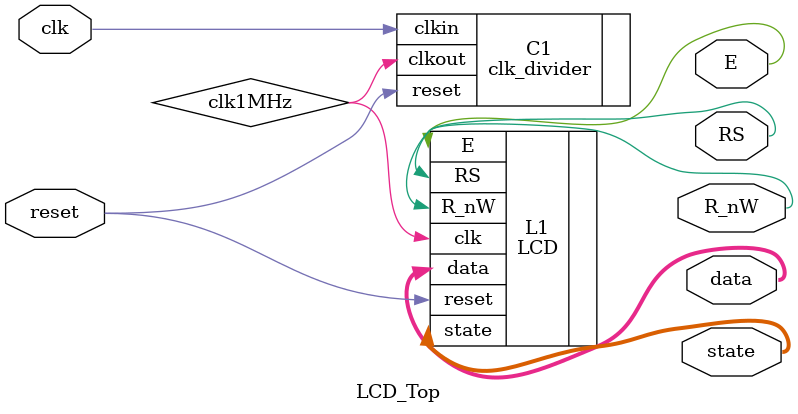
<source format=v>
`timescale 1ns / 1ps

module LCD_Top(clk, reset, data, RS, E, R_nW, state);
input clk, reset;
output [7:0]data;
output RS, E, R_nW;
output [3:0]state;

wire clk1MHz;
wire [7:0]data;
wire RS, E, R_nW;

LCD L1(.clk(clk1MHz), .reset(reset), .data(data), .E(E), .RS(RS), .R_nW(R_nW), .state(state));
clk_divider C1(.clkin(clk), .reset(reset), .clkout(clk1MHz));

endmodule

</source>
